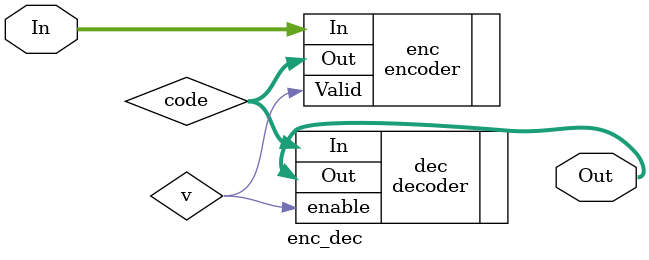
<source format=v>
module enc_dec(
    input [7:0] In,
    output [7:0] Out
    );
wire [2:0] code;
wire v;
//input [7:0] In,
//output reg [2:0] Out,
//output Valid
encoder enc(.In(In),.Valid(v),.Out(code));
//input [2:0] In,
//input enable,
//output reg [7:0] Out
decoder dec(.enable(v),.In(code),.Out(Out));
endmodule

</source>
